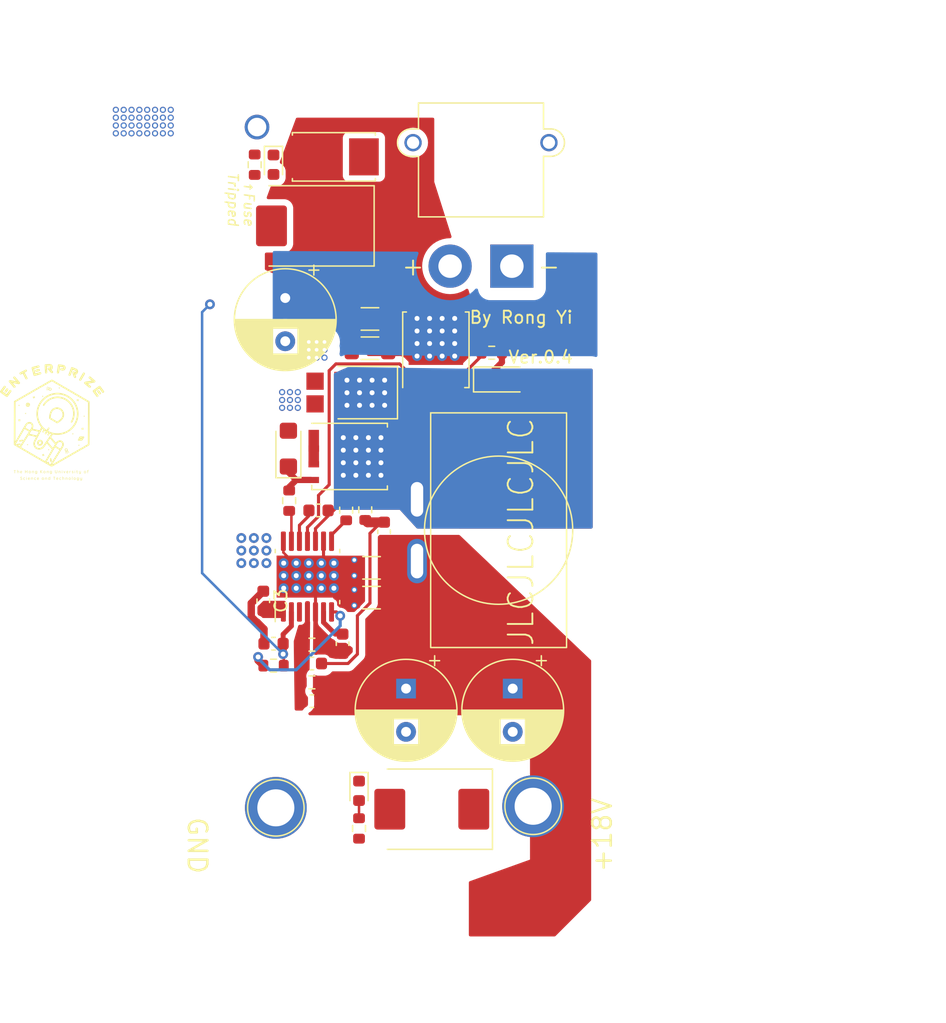
<source format=kicad_pcb>
(kicad_pcb (version 20221018) (generator pcbnew)
  (layers (0 "F.Cu" signal) (31 "B.Cu" signal) (34 "B.Paste" user) (35 "F.Paste" user) (36 "B.SilkS" user "B.Silkscreen") (37 "F.SilkS" user "F.Silkscreen") (38 "B.Mask" user) (39 "F.Mask" user) (44 "Edge.Cuts" user))
  (net 0 "")
  (net 1 "GND")
  (net 2 "Net-(U1-SS)")
  (net 3 "/SW")
  (net 4 "+24V")
  (net 5 "/VOUT")
  (net 6 "/HO")
  (net 7 "BST")
  (net 8 "/LO")
  (net 9 "Net-(U1-VCC)")
  (net 10 "FB")
  (net 11 "Net-(C7-Pad2)")
  (net 12 "Net-(D3-A)")
  (net 13 "ILIM")
  (net 14 "Net-(D4-A1)")
  (net 15 "Net-(D5-A1)")
  (net 16 "Net-(D7-A)")
  (net 17 "Net-(J1-Pin_2)")
  (net 18 "Net-(U1-RON)")
  (footprint "TestPoint:TestPoint_Plated_Hole_D2.0mm" (layer "F.Cu") (at 127.889 56.388)
    (fp_text reference "TP3" hide)
    (fp_text value "PowerHole")
    (pad "1" thru_hole circle (at 0 0) (size 2 2) (drill 1.5) (layers "*.Cu" "*.Mask") (net 1 "GND"))
  )
  (footprint "Resistor_SMD:R_0603_1608Metric" (layer "F.Cu") (at 127.699 59.436 -90)
    (fp_text reference "R6" hide)
    (fp_text value "274K")
    (pad "1" smd roundrect (at -0.825 0 270) (size 0.8 0.95) (layers "F.Cu" "F.Paste" "F.Mask") (net 17 "Net-(J1-Pin_2)"))
    (pad "2" smd roundrect (at 0.825 0 270) (size 0.8 0.95) (layers "F.Cu" "F.Paste" "F.Mask") (net 16 "Net-(D7-A)"))
  )
  (footprint "Diode_SMD:D_SMF" (layer "F.Cu") (at 130.429 82.423 90)
    (fp_text reference "D5" hide)
    (fp_text value "SMF12A")
    (pad "1" smd roundrect (at -1.45 0 90) (size 1.3 1.4) (layers "F.Cu" "F.Paste" "F.Mask") (roundrect_rratio 0.1923076923) (net 15 "Net-(D5-A1)"))
    (pad "2" smd roundrect (at 1.45 0 90) (size 1.3 1.4) (layers "F.Cu" "F.Paste" "F.Mask") (roundrect_rratio 0.1923076923) (net 1 "GND"))
  )
  (footprint "Resistor_SMD:R_0603_1608Metric" (layer "F.Cu") (at 132.334 101.346)
    (fp_text reference "R7" hide)
    (fp_text value "274K")
    (pad "1" smd roundrect (at -0.825 0) (size 0.8 0.95) (layers "F.Cu" "F.Paste" "F.Mask") (net 10 "FB"))
    (pad "2" smd roundrect (at 0.825 0) (size 0.8 0.95) (layers "F.Cu" "F.Paste" "F.Mask") (net 5 "/VOUT"))
  )
  (footprint "LOGO" (layer "F.Cu") (at 111.125 80.137)
    (fp_text reference "G***" hide)
    (fp_text value "LOGO" hide)
  )
  (footprint "Fuse:Fuseholder_Littelfuse_Nano2_157x" (layer "F.Cu") (at 134.112 58.801)
    (fp_text reference "F1" hide)
    (fp_text value "Fuse")
    (pad "1" smd rect (at -2.43 0) (size 2.4 3) (layers "F.Cu" "F.Paste" "F.Mask") (net 4 "+24V"))
    (pad "2" smd rect (at 2.43 0) (size 2.4 3) (layers "F.Cu" "F.Paste" "F.Mask") (net 17 "Net-(J1-Pin_2)"))
  )
  (footprint "Capacitor_SMD:C_0603_1608Metric" (layer "F.Cu") (at 138.176 89.154 -90)
    (fp_text reference "C8" hide)
    (fp_text value "390pf")
    (pad "1" smd roundrect (at -0.775 0 270) (size 0.9 0.95) (layers "F.Cu" "F.Paste" "F.Mask") (net 11 "Net-(C7-Pad2)"))
    (pad "2" smd roundrect (at 0.775 0 270) (size 0.9 0.95) (layers "F.Cu" "F.Paste" "F.Mask") (net 5 "/VOUT"))
  )
  (footprint "Capacitor_THT:CP_Radial_D8.0mm_P3.50mm" (layer "F.Cu") (at 148.59 101.852349 -90)
    (fp_text reference "C4" hide)
    (fp_text value "330uF")
    (pad "1" thru_hole rect (at 0 0 270) (size 1.6 1.6) (drill 0.8) (layers "*.Cu" "*.Mask") (net 5 "/VOUT"))
    (pad "2" thru_hole circle (at 3.5 0 270) (size 1.6 1.6) (drill 0.8) (layers "*.Cu" "*.Mask") (net 1 "GND"))
  )
  (footprint "Package_TO_SOT_SMD:TDSON-8-1" (layer "F.Cu") (at 142.367 74.422 90)
    (fp_text reference "Q1" hide)
    (fp_text value "BSC070N10NS5")
    (pad "1" smd rect (at -2.9 -0.635 90) (size 0.85 3.04) (layers "F.Cu" "F.Paste" "F.Mask") (net 3 "/SW"))
    (pad "2" smd rect (at -2.9 -0.635 90) (size 0.85 0.5) (layers "F.Cu" "F.Paste" "F.Mask") (net 3 "/SW"))
    (pad "3" smd rect (at -2.9 0.635 90) (size 0.85 0.5) (layers "F.Cu" "F.Paste" "F.Mask") (net 3 "/SW"))
    (pad "4" smd rect (at -3.1425 1.905 90) (size 1.335 0.5) (layers "F.Cu" "F.Paste" "F.Mask") (net 14 "Net-(D4-A1)"))
    (pad "5" smd rect (at 1.05 0 90) (size 4.55 4.41) (layers "F.Cu") (net 4 "+24V"))
  )
  (footprint "Diode_SMD:D_SMC" (layer "F.Cu") (at 132.461 64.389 180)
    (fp_text reference "D2" hide)
    (fp_text value "SMAJ28A" hide)
    (pad "1" smd roundrect (at -3.4 0 270) (size 3.3 2.5) (layers "F.Cu" "F.Paste" "F.Mask") (roundrect_rratio 0.1) (net 4 "+24V"))
    (pad "2" smd roundrect (at 3.4 0 270) (size 3.3 2.5) (layers "F.Cu" "F.Paste" "F.Mask") (roundrect_rratio 0.1) (net 1 "GND"))
  )
  (footprint "Connector_AMASS:AMASS_XT30PW-M_1x02_P2.50mm_Horizontal" (layer "F.Cu") (at 148.521 67.651)
    (fp_text reference "J1" hide)
    (fp_text value "Conn_01x02")
    (fp_text user "-" (at 3 0) (layer "F.SilkS") (effects (font (size 1.5 1.5))))
    (fp_text user "+" (at -8 0) (layer "F.SilkS") (effects (font (size 1.5 1.5))))
    (pad "" thru_hole circle (at -8 -10) (size 1.4 1.4) (drill 1) (layers "*.Cu" "*.Mask"))
    (pad "" thru_hole circle (at 3 -10) (size 1.4 1.4) (drill 1) (layers "*.Cu" "*.Mask"))
    (pad "1" thru_hole rect (at 0 0) (size 3.5 3.5) (drill 1.9) (layers "*.Cu" "*.Mask") (net 1 "GND"))
    (pad "2" thru_hole circle (at -5 0) (size 3.5 3.5) (drill 1.9) (layers "*.Cu" "*.Mask") (net 17 "Net-(J1-Pin_2)"))
  )
  (footprint "LED_SMD:LED_0603_1608Metric" (layer "F.Cu") (at 136.147 110.12675 -90)
    (fp_text reference "D3" hide)
    (fp_text value "LED")
    (pad "1" smd roundrect (at -0.7875 0 270) (size 0.875 0.95) (layers "F.Cu" "F.Paste" "F.Mask") (net 1 "GND"))
    (pad "2" smd roundrect (at 0.7875 0 270) (size 0.875 0.95) (layers "F.Cu" "F.Paste" "F.Mask") (net 12 "Net-(D3-A)"))
  )
  (footprint "Capacitor_SMD:C_1206_3216Metric" (layer "F.Cu") (at 137.033 74.295)
    (fp_text reference "C13" hide)
    (fp_text value "22uF")
    (pad "1" smd roundrect (at -1.475 0) (size 1.15 1.8) (layers "F.Cu" "F.Paste" "F.Mask") (roundrect_rratio 0.2173913043) (net 1 "GND"))
    (pad "2" smd roundrect (at 1.475 0) (size 1.15 1.8) (layers "F.Cu" "F.Paste" "F.Mask") (roundrect_rratio 0.2173913043) (net 4 "+24V"))
  )
  (footprint "Resistor_SMD:R_0603_1608Metric" (layer "F.Cu") (at 136.652 87.376 -90)
    (fp_text reference "R5" hide)
    (fp_text value "8.06M")
    (pad "1" smd roundrect (at -0.825 0 270) (size 0.8 0.95) (layers "F.Cu" "F.Paste" "F.Mask") (net 3 "/SW"))
    (pad "2" smd roundrect (at 0.825 0 270) (size 0.8 0.95) (layers "F.Cu" "F.Paste" "F.Mask") (net 11 "Net-(C7-Pad2)"))
  )
  (footprint "Resistor_SMD:R_0603_1608Metric" (layer "F.Cu") (at 136.147 113.17475 90)
    (fp_text reference "R9" hide)
    (fp_text value "274K")
    (pad "1" smd roundrect (at -0.825 0 90) (size 0.8 0.95) (layers "F.Cu" "F.Paste" "F.Mask") (net 5 "/VOUT"))
    (pad "2" smd roundrect (at 0.825 0 90) (size 0.8 0.95) (layers "F.Cu" "F.Paste" "F.Mask") (net 12 "Net-(D3-A)"))
  )
  (footprint "Capacitor_SMD:C_0603_1608Metric" (layer "F.Cu") (at 128.397 94.742 -90)
    (fp_text reference "C3" (at 0 -1.43 -90) (layer "F.SilkS"))
    (fp_text value "2.2uF")
    (pad "1" smd roundrect (at -0.775 0 270) (size 0.9 0.95) (layers "F.Cu" "F.Paste" "F.Mask") (net 1 "GND"))
    (pad "2" smd roundrect (at 0.775 0 270) (size 0.9 0.95) (layers "F.Cu" "F.Paste" "F.Mask") (net 9 "Net-(U1-VCC)"))
  )
  (footprint "Capacitor_SMD:C_0603_1608Metric" (layer "F.Cu") (at 132.334 99.822)
    (fp_text reference "C7" hide)
    (fp_text value "3.9nf")
    (pad "1" smd roundrect (at -0.775 0) (size 0.9 0.95) (layers "F.Cu" "F.Paste" "F.Mask") (net 10 "FB"))
    (pad "2" smd roundrect (at 0.775 0) (size 0.9 0.95) (layers "F.Cu" "F.Paste" "F.Mask") (net 11 "Net-(C7-Pad2)"))
  )
  (footprint "Resistor_SMD:R_0603_1608Metric" (layer "F.Cu") (at 129.228 99.993)
    (fp_text reference "R1" hide)
    (fp_text value "909k")
    (pad "1" smd roundrect (at -0.825 0) (size 0.8 0.95) (layers "F.Cu" "F.Paste" "F.Mask") (net 18 "Net-(U1-RON)"))
    (pad "2" smd roundrect (at 0.825 0) (size 0.8 0.95) (layers "F.Cu" "F.Paste" "F.Mask") (net 4 "+24V"))
  )
  (footprint "Resistor_SMD:R_0603_1608Metric" (layer "F.Cu") (at 135.106 87.403 90)
    (fp_text reference "R2" hide)
    (fp_text value "2.1k")
    (pad "1" smd roundrect (at -0.825 0 90) (size 0.8 0.95) (layers "F.Cu" "F.Paste" "F.Mask") (net 13 "ILIM"))
    (pad "2" smd roundrect (at 0.825 0 90) (size 0.8 0.95) (layers "F.Cu" "F.Paste" "F.Mask") (net 3 "/SW"))
  )
  (footprint "Diode_SMD:D_SMC" (layer "F.Cu") (at 142.037792 111.616517 180)
    (fp_text reference "D1" hide)
    (fp_text value "SMAJ18A" hide)
    (pad "1" smd roundrect (at -3.4 0 270) (size 3.3 2.5) (layers "F.Cu" "F.Paste" "F.Mask") (roundrect_rratio 0.1) (net 5 "/VOUT"))
    (pad "2" smd roundrect (at 3.4 0 270) (size 3.3 2.5) (layers "F.Cu" "F.Paste" "F.Mask") (roundrect_rratio 0.1) (net 1 "GND"))
  )
  (footprint "Resistor_SMD:R_0603_1608Metric" (layer "F.Cu") (at 146.889 74.663)
    (fp_text reference "R4" hide)
    (fp_text value "4.7r")
    (pad "1" smd roundrect (at -0.825 0) (size 0.8 0.95) (layers "F.Cu" "F.Paste" "F.Mask") (net 6 "/HO"))
    (pad "2" smd roundrect (at 0.825 0) (size 0.8 0.95) (layers "F.Cu" "F.Paste" "F.Mask") (net 14 "Net-(D4-A1)"))
  )
  (footprint "Capacitor_THT:CP_Radial_D8.0mm_P3.50mm" (layer "F.Cu") (at 130.175 70.229349 -90)
    (fp_text reference "C6" hide)
    (fp_text value "220uF")
    (pad "1" thru_hole rect (at 0 0 270) (size 1.6 1.6) (drill 0.8) (layers "*.Cu" "*.Mask") (net 4 "+24V"))
    (pad "2" thru_hole circle (at 3.5 0 270) (size 1.6 1.6) (drill 0.8) (layers "*.Cu" "*.Mask") (net 1 "GND"))
  )
  (footprint "Capacitor_SMD:C_1206_3216Metric" (layer "F.Cu") (at 137.16 94.488)
    (fp_text reference "C10" hide)
    (fp_text value "22uF")
    (pad "1" smd roundrect (at -1.475 0) (size 1.15 1.8) (layers "F.Cu" "F.Paste" "F.Mask") (roundrect_rratio 0.2173913043) (net 1 "GND"))
    (pad "2" smd roundrect (at 1.475 0) (size 1.15 1.8) (layers "F.Cu" "F.Paste" "F.Mask") (roundrect_rratio 0.2173913043) (net 5 "/VOUT"))
  )
  (footprint "Capacitor_THT:CP_Radial_D8.0mm_P3.50mm" (layer "F.Cu") (at 139.954 101.852349 -90)
    (fp_text reference "C11" hide)
    (fp_text value "330uF")
    (pad "1" thru_hole rect (at 0 0 270) (size 1.6 1.6) (drill 0.8) (layers "*.Cu" "*.Mask") (net 5 "/VOUT"))
    (pad "2" thru_hole circle (at 3.5 0 270) (size 1.6 1.6) (drill 0.8) (layers "*.Cu" "*.Mask") (net 1 "GND"))
  )
  (footprint "Resistor_SMD:R_0603_1608Metric" (layer "F.Cu") (at 132.334 98.298 180)
    (fp_text reference "R8" hide)
    (fp_text value "10K")
    (pad "1" smd roundrect (at -0.825 0 180) (size 0.8 0.95) (layers "F.Cu" "F.Paste" "F.Mask") (net 1 "GND"))
    (pad "2" smd roundrect (at 0.825 0 180) (size 0.8 0.95) (layers "F.Cu" "F.Paste" "F.Mask") (net 10 "FB"))
  )
  (footprint "LED_SMD:LED_0603_1608Metric" (layer "F.Cu") (at 129.223 59.436 -90)
    (fp_text reference "D7" hide)
    (fp_text value "LED")
    (pad "1" smd roundrect (at -0.7875 0 270) (size 0.875 0.95) (layers "F.Cu" "F.Paste" "F.Mask") (net 4 "+24V"))
    (pad "2" smd roundrect (at 0.7875 0 270) (size 0.875 0.95) (layers "F.Cu" "F.Paste" "F.Mask") (net 16 "Net-(D7-A)"))
  )
  (footprint "Package_SO:HTSSOP-14-1EP_4.4x5mm_P0.65mm_EP3.4x5mm_Mask3x3.1mm" (layer "F.Cu") (at 131.973 92.783 90)
    (fp_text reference "U1" hide)
    (fp_text value "LM3150MH")
    (pad "1" smd roundrect (at -2.8625 -1.95 90) (size 1.575 0.4) (layers "F.Cu" "F.Paste" "F.Mask") (net 9 "Net-(U1-VCC)"))
    (pad "2" smd roundrect (at -2.8625 -1.3 90) (size 1.575 0.4) (layers "F.Cu" "F.Paste" "F.Mask") (net 4 "+24V"))
    (pad "3" smd roundrect (at -2.8625 -0.65 90) (size 1.575 0.4) (layers "F.Cu" "F.Paste" "F.Mask"))
    (pad "4" smd roundrect (at -2.8625 0 90) (size 1.575 0.4) (layers "F.Cu" "F.Paste" "F.Mask") (net 10 "FB"))
    (pad "5" smd roundrect (at -2.8625 0.65 90) (size 1.575 0.4) (layers "F.Cu" "F.Paste" "F.Mask") (net 1 "GND"))
    (pad "6" smd roundrect (at -2.8625 1.3 90) (size 1.575 0.4) (layers "F.Cu" "F.Paste" "F.Mask") (net 2 "Net-(U1-SS)"))
    (pad "7" smd roundrect (at -2.8625 1.95 90) (size 1.575 0.4) (layers "F.Cu" "F.Paste" "F.Mask") (net 18 "Net-(U1-RON)"))
    (pad "8" smd roundrect (at 2.8625 1.95 90) (size 1.575 0.4) (layers "F.Cu" "F.Paste" "F.Mask") (net 13 "ILIM"))
    (pad "9" smd roundrect (at 2.8625 1.3 90) (size 1.575 0.4) (layers "F.Cu" "F.Paste" "F.Mask") (net 1 "GND"))
    (pad "10" smd roundrect (at 2.8625 0.65 90) (size 1.575 0.4) (layers "F.Cu" "F.Paste" "F.Mask") (net 3 "/SW"))
    (pad "11" smd roundrect (at 2.8625 0 90) (size 1.575 0.4) (layers "F.Cu" "F.Paste" "F.Mask") (net 6 "/HO"))
    (pad "12" smd roundrect (at 2.8625 -0.65 90) (size 1.575 0.4) (layers "F.Cu" "F.Paste" "F.Mask") (net 7 "BST"))
    (pad "13" smd roundrect (at 2.8625 -1.3 90) (size 1.575 0.4) (layers "F.Cu" "F.Paste" "F.Mask") (net 8 "/LO"))
    (pad "14" smd roundrect (at 2.8625 -1.95 90) (size 1.575 0.4) (layers "F.Cu" "F.Paste" "F.Mask") (net 1 "GND"))
    (pad "15" smd rect (at 0 0 90) (size 3.4 5) (layers "F.Cu") (net 1 "GND"))
  )
  (footprint "Diode_SMD:D_PowerDI-5" (layer "F.Cu") (at 135.45 77.882 180)
    (fp_text reference "D6" hide)
    (fp_text value "D_Schottky")
    (pad "1" smd rect (at -1.12 0) (size 4.86 3.36) (layers "F.Cu" "F.Paste" "F.Mask") (net 3 "/SW"))
    (pad "2" smd rect (at 2.862 -0.92) (size 1.4 1.39) (layers "F.Cu" "F.Paste" "F.Mask") (net 1 "GND"))
    (pad "2" smd rect (at 2.862 0.92) (size 1.4 1.39) (layers "F.Cu" "F.Paste" "F.Mask") (net 1 "GND"))
  )
  (footprint "TestPoint:TestPoint_Plated_Hole_D3.0mm" (layer "F.Cu") (at 129.413 111.506)
    (fp_text reference "TP1" hide)
    (fp_text value "OutputGND")
    (pad "1" thru_hole circle (at 0 0) (size 5 5) (drill 3) (layers "*.Cu" "*.Mask") (net 1 "GND"))
  )
  (footprint "Capacitor_SMD:C_0603_1608Metric" (layer "F.Cu") (at 132.334 102.87)
    (fp_text reference "C14" hide)
    (fp_text value "DNF")
    (pad "1" smd roundrect (at -0.775 0) (size 0.9 0.95) (layers "F.Cu" "F.Paste" "F.Mask") (net 10 "FB"))
    (pad "2" smd roundrect (at 0.775 0) (size 0.9 0.95) (layers "F.Cu" "F.Paste" "F.Mask") (net 5 "/VOUT"))
  )
  (footprint "TestPoint:TestPoint_Plated_Hole_D3.0mm" (layer "F.Cu") (at 150.241 111.379)
    (fp_text reference "TP2" hide)
    (fp_text value "Output17V")
    (pad "1" thru_hole circle (at 0 0) (size 5 5) (drill 3) (layers "*.Cu" "*.Mask") (net 5 "/VOUT"))
  )
  (footprint "Package_TO_SOT_SMD:TDSON-8-1" (layer "F.Cu") (at 135.382 83.058)
    (fp_text reference "Q2" hide)
    (fp_text value "BSC070N10NS5")
    (pad "1" smd rect (at -2.9 -0.635) (size 0.85 3.04) (layers "F.Cu" "F.Paste" "F.Mask") (net 1 "GND"))
    (pad "2" smd rect (at -2.9 -0.635) (size 0.85 0.5) (layers "F.Cu" "F.Paste" "F.Mask") (net 1 "GND"))
    (pad "3" smd rect (at -2.9 0.635) (size 0.85 0.5) (layers "F.Cu" "F.Paste" "F.Mask") (net 1 "GND"))
    (pad "4" smd rect (at -3.1425 1.905) (size 1.335 0.5) (layers "F.Cu" "F.Paste" "F.Mask") (net 15 "Net-(D5-A1)"))
    (pad "5" smd rect (at 1.05 0) (size 4.55 4.41) (layers "F.Cu") (net 3 "/SW"))
  )
  (footprint "0_RM2023:Inductor_RM6" (layer "F.Cu") (at 147.447 89.027 -90)
    (fp_text reference "L1" hide)
    (fp_text value "4.7uH")
    (pad "1" thru_hole oval (at -2.5 6.604 270) (size 3.6 1.6) (drill oval 2.8 1) (layers "*.Cu" "*.Mask") (net 3 "/SW"))
    (pad "2" thru_hole oval (at 2.5 6.604 270) (size 3.6 1.6) (drill oval 2.8 1) (layers "*.Cu" "*.Mask") (net 5 "/VOUT"))
  )
  (footprint "Capacitor_SMD:C_0603_1608Metric" (layer "F.Cu") (at 129.228 98.215 180)
    (fp_text reference "C1" hide)
    (fp_text value "100nF")
    (pad "1" smd roundrect (at -0.775 0 180) (size 0.9 0.95) (layers "F.Cu" "F.Paste" "F.Mask") (net 4 "+24V"))
    (pad "2" smd roundrect (at 0.775 0 180) (size 0.9 0.95) (layers "F.Cu" "F.Paste" "F.Mask") (net 1 "GND"))
  )
  (footprint "Capacitor_SMD:C_1206_3216Metric" (layer "F.Cu") (at 137.16 92.075)
    (fp_text reference "C9" hide)
    (fp_text value "22uF")
    (pad "1" smd roundrect (at -1.475 0) (size 1.15 1.8) (layers "F.Cu" "F.Paste" "F.Mask") (roundrect_rratio 0.2173913043) (net 1 "GND"))
    (pad "2" smd roundrect (at 1.475 0) (size 1.15 1.8) (layers "F.Cu" "F.Paste" "F.Mask") (roundrect_rratio 0.2173913043) (net 5 "/VOUT"))
  )
  (footprint "Capacitor_SMD:C_1206_3216Metric" (layer "F.Cu") (at 137.031926 71.925373)
    (fp_text reference "C12" hide)
    (fp_text value "22uF")
    (pad "1" smd roundrect (at -1.475 0) (size 1.15 1.8) (layers "F.Cu" "F.Paste" "F.Mask") (roundrect_rratio 0.2173913043) (net 1 "GND"))
    (pad "2" smd roundrect (at 1.475 0) (size 1.15 1.8) (layers "F.Cu" "F.Paste" "F.Mask") (roundrect_rratio 0.2173913043) (net 4 "+24V"))
  )
  (footprint "Capacitor_SMD:C_0603_1608Metric" (layer "F.Cu") (at 132.8674 87.4268 180)
    (fp_text reference "C5" hide)
    (fp_text value "470nF")
    (pad "1" smd roundrect (at -0.775 0 180) (size 0.9 0.95) (layers "F.Cu" "F.Paste" "F.Mask") (net 3 "/SW"))
    (pad "2" smd roundrect (at 0.775 0 180) (size 0.9 0.95) (layers "F.Cu" "F.Paste" "F.Mask") (net 7 "BST"))
  )
  (footprint "Diode_SMD:D_SMF" (layer "F.Cu") (at 147.778 76.822)
    (fp_text reference "D4" hide)
    (fp_text value "SMF12A")
    (pad "1" smd roundrect (at -1.45 0) (size 1.3 1.4) (layers "F.Cu" "F.Paste" "F.Mask") (roundrect_rratio 0.1923076923) (net 14 "Net-(D4-A1)"))
    (pad "2" smd roundrect (at 1.45 0) (size 1.3 1.4) (layers "F.Cu" "F.Paste" "F.Mask") (roundrect_rratio 0.1923076923) (net 3 "/SW"))
  )
  (footprint "Capacitor_SMD:C_0603_1608Metric" (layer "F.Cu") (at 134.816 98.215 90)
    (fp_text reference "C2" hide)
    (fp_text value "15nF")
    (pad "1" smd roundrect (at -0.775 0 90) (size 0.9 0.95) (layers "F.Cu" "F.Paste" "F.Mask") (net 1 "GND"))
    (pad "2" smd roundrect (at 0.775 0 90) (size 0.9 0.95) (layers "F.Cu" "F.Paste" "F.Mask") (net 2 "Net-(U1-SS)"))
  )
  (footprint "Resistor_SMD:R_0603_1608Metric" (layer "F.Cu") (at 130.491883 86.638365 90)
    (fp_text reference "R3" hide)
    (fp_text value "4.7r")
    (pad "1" smd roundrect (at -0.825 0 90) (size 0.8 0.95) (layers "F.Cu" "F.Paste" "F.Mask") (net 8 "/LO"))
    (pad "2" smd roundrect (at 0.825 0 90) (size 0.8 0.95) (layers "F.Cu" "F.Paste" "F.Mask") (net 15 "Net-(D5-A1)"))
  )
  (footprint "LOGO" (layer "B.Cu") (at 130.223532 84.172027 180)
    (fp_text reference "G***" hide)
    (fp_text value "LOGO" hide)
  )
  (gr_text "JLCJLCJLCJLC" (at 149.260844 89.162831 90) (layer "F.SilkS") (effects (font (size 2 1.8))))
  (gr_text "By Rong Yi\n\nVer.0.4" (at 153.543 73.406) (layer "F.SilkS") (effects (font (size 1 1)) (justify right)))
  (gr_text "GND" (at 122.174 112.141 -90) (layer "F.SilkS") (effects (font (size 1.5 1.5) (thickness 0.2)) (justify left bottom)))
  (gr_text "+18V" (at 156.718 116.84 90) (layer "F.SilkS") (effects (font (size 1.5 1.5) (thickness 0.2)) (justify left bottom)))
  (gr_text "↑Fuse\nTripped" (at 125.476 64.516 270) (layer "F.SilkS") (effects (font (size 0.8 0.8) (thickness 0.12) italic) (justify right bottom)))
  (segment (start 128.453 97.031) (end 127.889 96.467) (width 0.6) (layer "F.Cu") (net 1))
  (segment (start 127.846695 96.467) (end 127.422 96.042305) (width 0.6) (layer "F.Cu") (net 1))
  (segment (start 132.623 95.6455) (end 132.623 93.433) (width 0.25) (layer "F.Cu") (net 1))
  (segment (start 127.422 96.042305) (end 127.422 94.942) (width 0.6) (layer "F.Cu") (net 1))
  (segment (start 127.889 96.467) (end 127.846695 96.467) (width 0.6) (layer "F.Cu") (net 1))
  (segment (start 130.023 90.833) (end 131.973 92.783) (width 0.2032) (layer "F.Cu") (net 1))
  (segment (start 127.422 94.942) (end 128.397 93.967) (width 0.6) (layer "F.Cu") (net 1))
  (segment (start 128.453 98.215) (end 128.453 97.031) (width 0.6) (layer "F.Cu") (net 1))
  (segment (start 133.273 89.9205) (end 133.273 91.483) (width 0.25) (layer "F.Cu") (net 1))
  (segment (start 130.023 89.9205) (end 130.023 90.833) (width 0.2032) (layer "F.Cu") (net 1))
  (via (at 118.999 56.896) (size 0.5) (drill 0.3) (layers "F.Cu" "B.Cu") (net 1))
  (via (at 116.459 56.896) (size 0.5) (drill 0.3) (layers "F.Cu" "B.Cu") (net 1))
  (via (at 129.921 79.121) (size 0.5) (drill 0.3) (layers "F.Cu" "B.Cu") (net 1))
  (via (at 116.459 56.261) (size 0.5) (drill 0.3) (layers "F.Cu" "B.Cu") (net 1))
  (via (at 117.094 56.896) (size 0.5) (drill 0.3) (layers "F.Cu" "B.Cu") (net 1))
  (via (at 134.112 93.726) (size 0.8) (drill 0.4) (layers "F.Cu" "B.Cu") (net 1))
  (via (at 117.729 56.896) (size 0.5) (drill 0.3) (layers "F.Cu" "B.Cu") (net 1))
  (via (at 131.191 77.851) (size 0.5) (drill 0.3) (layers "F.Cu" "B.Cu") (net 1))
  (via (at 134.112 92.71) (size 0.8) (drill 0.4) (layers "F.Cu" "B.Cu") (net 1))
  (via (at 130.048 93.726) (size 0.8) (drill 0.4) (layers "F.Cu" "B.Cu") (net 1))
  (via (at 119.634 54.991) (size 0.5) (drill 0.3) (layers "F.Cu" "B.Cu") (net 1))
  (via (at 120.269 56.261) (size 0.5) (drill 0.3) (layers "F.Cu" "B.Cu") (net 1))
  (via (at 135.763 93.853) (size 0.5) (drill 0.3) (layers "F.Cu" "B.Cu") (net 1))
  (via (at 133.096 93.726) (size 0.8) (drill 0.4) (layers "F.Cu" "B.Cu") (net 1))
  (via (at 120.904 56.896) (size 0.5) (drill 0.3) (layers "F.Cu" "B.Cu") (net 1))
  (via (at 130.556 77.851) (size 0.5) (drill 0.3) (layers "F.Cu" "B.Cu") (net 1))
  (via (at 132.715 74.422) (size 0.5) (drill 0.3) (layers "F.Cu" "B.Cu") (net 1))
  (via (at 120.904 54.991) (size 0.5) (drill 0.3) (layers "F.Cu" "B.Cu") (net 1))
  (via (at 127.635 91.694) (size 0.8) (drill 0.4) (layers "F.Cu" "B.Cu") (net 1))
  (via (at 129.921 77.851) (size 0.5) (drill 0.3) (layers "F.Cu" "B.Cu") (net 1))
  (via (at 127.635 90.678) (size 0.8) (drill 0.4) (layers "F.Cu" "B.Cu") (net 1))
  (via (at 126.619 90.678) (size 0.8) (drill 0.4) (layers "F.Cu" "B.Cu") (net 1))
  (via (at 117.729 54.991) (size 0.5) (drill 0.3) (layers "F.Cu" "B.Cu") (net 1))
  (via (at 118.364 54.991) (size 0.5) (drill 0.3) (layers "F.Cu" "B.Cu") (net 1))
  (via (at 132.08 73.787) (size 0.5) (drill 0.3) (layers "F.Cu" "B.Cu") (net 1))
  (via (at 128.651 91.694) (size 0.8) (drill 0.4) (layers "F.Cu" "B.Cu") (net 1))
  (via (at 120.269 54.991) (size 0.5) (drill 0.3) (layers "F.Cu" "B.Cu") (net 1))
  (via (at 128.651 89.662) (size 0.8) (drill 0.4) (layers "F.Cu" "B.Cu") (net 1))
  (via (at 132.715 75.057) (size 0.5) (drill 0.3) (layers "F.Cu" "B.Cu") (net 1))
  (via (at 135.763 91.44) (size 0.5) (drill 0.3) (layers "F.Cu" "B.Cu") (net 1))
  (via (at 120.269 56.896) (size 0.5) (drill 0.3) (layers "F.Cu" "B.Cu") (net 1))
  (via (at 131.191 78.486) (size 0.5) (drill 0.3) (layers "F.Cu" "B.Cu") (net 1))
  (via (at 133.096 92.71) (size 0.8) (drill 0.4) (layers "F.Cu" "B.Cu") (net 1))
  (via (at 116.459 54.991) (size 0.5) (drill 0.3) (layers "F.Cu" "B.Cu") (net 1))
  (via (at 132.715 73.787) (size 0.5) (drill 0.3) (layers "F.Cu" "B.Cu") (net 1))
  (via (at 133.096 91.694) (size 0.8) (drill 0.4) (layers "F.Cu" "B.Cu") (net 1))
  (via (at 118.364 56.261) (size 0.5) (drill 0.3) (layers "F.Cu" "B.Cu") (net 1))
  (via (at 119.634 56.261) (size 0.5) (drill 0.3) (layers "F.Cu" "B.Cu") (net 1))
  (via (at 132.08 74.422) (size 0.5) (drill 0.3) (layers "F.Cu" "B.Cu") (net 1))
  (via (at 126.619 91.694) (size 0.8) (drill 0.4) (layers "F.Cu" "B.Cu") (net 1))
  (via (at 135.763 95.123) (size 0.5) (drill 0.3) (layers "F.Cu" "B.Cu") (net 1))
  (via (at 120.904 55.626) (size 0.5) (drill 0.3) (layers "F.Cu" "B.Cu") (net 1))
  (via (at 133.35 75.057) (size 0.5) (drill 0.3) (layers "F.Cu" "B.Cu") (net 1))
  (via (at 117.729 55.626) (size 0.5) (drill 0.3) (layers "F.Cu" "B.Cu") (net 1))
  (via (at 119.634 56.896) (size 0.5) (drill 0.3) (layers "F.Cu" "B.Cu") (net 1))
  (via (at 118.999 55.626) (size 0.5) (drill 0.3) (layers "F.Cu" "B.Cu") (net 1))
  (via (at 132.08 75.057) (size 0.5) (drill 0.3) (layers "F.Cu" "B.Cu") (net 1))
  (via (at 117.094 55.626) (size 0.5) (drill 0.3) (layers "F.Cu" "B.Cu") (net 1))
  (via (at 116.459 55.626) (size 0.5) (drill 0.3) (layers "F.Cu" "B.Cu") (net 1))
  (via (at 117.094 56.261) (size 0.5) (drill 0.3) (layers "F.Cu" "B.Cu") (net 1))
  (via (at 126.619 89.662) (size 0.8) (drill 0.4) (layers "F.Cu" "B.Cu") (net 1))
  (via (at 119.634 55.626) (size 0.5) (drill 0.3) (layers "F.Cu" "B.Cu") (net 1))
  (via (at 131.064 93.726) (size 0.8) (drill 0.4) (layers "F.Cu" "B.Cu") (net 1))
  (via (at 129.921 78.486) (size 0.5) (drill 0.3) (layers "F.Cu" "B.Cu") (net 1))
  (via (at 130.048 91.694) (size 0.8) (drill 0.4) (layers "F.Cu" "B.Cu") (net 1))
  (via (at 120.904 56.261) (size 0.5) (drill 0.3) (layers "F.Cu" "B.Cu") (net 1))
  (via (at 128.651 90.678) (size 0.8) (drill 0.4) (layers "F.Cu" "B.Cu") (net 1))
  (via (at 118.364 55.626) (size 0.5) (drill 0.3) (layers "F.Cu" "B.Cu") (net 1))
  (via (at 127.635 89.662) (size 0.8) (drill 0.4) (layers "F.Cu" "B.Cu") (net 1))
  (via (at 132.08 92.71) (size 0.8) (drill 0.4) (layers "F.Cu" "B.Cu") (net 1))
  (via (at 117.729 56.261) (size 0.5) (drill 0.3) (layers "F.Cu" "B.Cu") (net 1))
  (via (at 132.08 93.726) (size 0.8) (drill 0.4) (layers "F.Cu" "B.Cu") (net 1))
  (via (at 131.064 92.71) (size 0.8) (drill 0.4) (layers "F.Cu" "B.Cu") (net 1))
  (via (at 130.048 92.71) (size 0.8) (drill 0.4) (layers "F.Cu" "B.Cu") (net 1))
  (via (at 120.269 55.626) (size 0.5) (drill 0.3) (layers "F.Cu" "B.Cu") (net 1))
  (via (at 118.364 56.896) (size 0.5) (drill 0.3) (layers "F.Cu" "B.Cu") (net 1))
  (via (at 135.763 92.71) (size 0.5) (drill 0.3) (layers "F.Cu" "B.Cu") (net 1))
  (via (at 133.35 74.422) (size 0.5) (drill 0.3) (layers "F.Cu" "B.Cu") (net 1))
  (via (at 130.556 78.486) (size 0.5) (drill 0.3) (layers "F.Cu" "B.Cu") (net 1))
  (via (at 131.191 79.121) (size 0.5) (drill 0.3) (layers "F.Cu" "B.Cu") (net 1))
  (via (at 132.08 91.694) (size 0.8) (drill 0.4) (layers "F.Cu" "B.Cu") (net 1))
  (via (at 133.35 73.787) (size 0.5) (drill 0.3) (layers "F.Cu" "B.Cu") (net 1))
  (via (at 117.094 54.991) (size 0.5) (drill 0.3) (layers "F.Cu" "B.Cu") (net 1))
  (via (at 118.999 56.261) (size 0.5) (drill 0.3) (layers "F.Cu" "B.Cu") (net 1))
  (via (at 131.064 91.694) (size 0.8) (drill 0.4) (layers "F.Cu" "B.Cu") (net 1))
  (via (at 130.556 79.121) (size 0.5) (drill 0.3) (layers "F.Cu" "B.Cu") (net 1))
  (via (at 134.112 91.694) (size 0.8) (drill 0.4) (layers "F.Cu" "B.Cu") (net 1))
  (via (at 118.999 54.991) (size 0.5) (drill 0.3) (layers "F.Cu" "B.Cu") (net 1))
  (segment (start 133.273 96.490107) (end 133.273 95.6455) (width 0.4) (layer "F.Cu") (net 2))
  (segment (start 134.222893 97.44) (end 133.273 96.490107) (width 0.4) (layer "F.Cu") (net 2))
  (segment (start 134.816 97.44) (end 134.222893 97.44) (width 0.4) (layer "F.Cu") (net 2))
  (segment (start 149.228 76.822) (end 146.548 79.502) (width 0.6) (layer "F.Cu") (net 3))
  (segment (start 146.548 79.502) (end 143.912 79.502) (width 0.6) (layer "F.Cu") (net 3))
  (segment (start 132.623 89.9205) (end 132.623 88.891796) (width 0.25) (layer "F.Cu") (net 3))
  (segment (start 132.623 88.891796) (end 134.963796 86.551) (width 0.25) (layer "F.Cu") (net 3))
  (segment (start 143.912 79.502) (end 141.732 77.322) (width 0.6) (layer "F.Cu") (net 3))
  (segment (start 134.963796 86.551) (end 136.652 86.551) (width 0.25) (layer "F.Cu") (net 3))
  (via (at 137.203273 76.882935) (size 0.8) (drill 0.4) (layers "F.Cu" "B.Cu") (net 3))
  (via (at 137.922 84.582) (size 0.8) (drill 0.4) (layers "F.Cu" "B.Cu") (net 3))
  (via (at 135.171273 76.882935) (size 0.8) (drill 0.4) (layers "F.Cu" "B.Cu") (net 3))
  (via (at 135.89 82.55) (size 0.8) (drill 0.4) (layers "F.Cu" "B.Cu") (net 3))
  (via (at 137.203273 78.914935) (size 0.8) (drill 0.4) (layers "F.Cu" "B.Cu") (net 3))
  (via (at 138.219273 78.914935) (size 0.8) (drill 0.4) (layers "F.Cu" "B.Cu") (net 3))
  (via (at 138.219273 77.898935) (size 0.8) (drill 0.4) (layers "F.Cu" "B.Cu") (net 3))
  (via (at 136.906 82.55) (size 0.8) (drill 0.4) (layers "F.Cu" "B.Cu") (net 3))
  (via (at 137.922 82.55) (size 0.8) (drill 0.4) (layers "F.Cu" "B.Cu") (net 3))
  (via (at 134.874 82.55) (size 0.8) (drill 0.4) (layers "F.Cu" "B.Cu") (net 3))
  (via (at 134.874 81.534) (size 0.8) (drill 0.4) (layers "F.Cu" "B.Cu") (net 3))
  (via (at 136.906 83.566) (size 0.8) (drill 0.4) (layers "F.Cu" "B.Cu") (net 3))
  (via (at 134.874 84.582) (size 0.8) (drill 0.4) (layers "F.Cu" "B.Cu") (net 3))
  (via (at 136.906 84.582) (size 0.8) (drill 0.4) (layers "F.Cu" "B.Cu") (net 3))
  (via (at 136.187273 76.882935) (size 0.8) (drill 0.4) (layers "F.Cu" "B.Cu") (net 3))
  (via (at 135.89 83.566) (size 0.8) (drill 0.4) (layers "F.Cu" "B.Cu") (net 3))
  (via (at 138.219273 76.882935) (size 0.8) (drill 0.4) (layers "F.Cu" "B.Cu") (net 3))
  (via (at 135.171273 77.898935) (size 0.8) (drill 0.4) (layers "F.Cu" "B.Cu") (net 3))
  (via (at 137.922 83.566) (size 0.8) (drill 0.4) (layers "F.Cu" "B.Cu") (net 3))
  (via (at 135.171273 78.914935) (size 0.8) (drill 0.4) (layers "F.Cu" "B.Cu") (net 3))
  (via (at 135.89 84.582) (size 0.8) (drill 0.4) (layers "F.Cu" "B.Cu") (net 3))
  (via (at 135.89 81.534) (size 0.8) (drill 0.4) (layers "F.Cu" "B.Cu") (net 3))
  (via (at 137.922 81.534) (size 0.8) (drill 0.4) (layers "F.Cu" "B.Cu") (net 3))
  (via (at 137.203273 77.898935) (size 0.8) (drill 0.4) (layers "F.Cu" "B.Cu") (net 3))
  (via (at 136.187273 78.914935) (size 0.8) (drill 0.4) (layers "F.Cu" "B.Cu") (net 3))
  (via (at 136.906 81.534) (size 0.8) (drill 0.4) (layers "F.Cu" "B.Cu") (net 3))
  (via (at 136.187273 77.898935) (size 0.8) (drill 0.4) (layers "F.Cu" "B.Cu") (net 3))
  (via (at 134.874 83.566) (size 0.8) (drill 0.4) (layers "F.Cu" "B.Cu") (net 3))
  (segment (start 130.053 99.993) (end 130.053 99.11) (width 0.2032) (layer "F.Cu") (net 4))
  (segment (start 130.673 96.784) (end 130.003 97.454) (width 0.4) (layer "F.Cu") (net 4))
  (segment (start 130.053 99.11) (end 130.003 99.06) (width 0.2032) (layer "F.Cu") (net 4))
  (segment (start 130.003 97.454) (end 130.003 98.215) (width 0.4) (layer "F.Cu") (net 4))
  (segment (start 130.003 99.06) (end 130.003 98.215) (width 0.6) (layer "F.Cu") (net 4))
  (segment (start 130.673 95.6455) (end 130.673 96.784) (width 0.4) (layer "F.Cu") (net 4))
  (via (at 142.875 73.914) (size 0.8) (drill 0.4) (layers "F.Cu" "B.Cu") (net 4))
  (via (at 143.891 74.93) (size 0.8) (drill 0.4) (layers "F.Cu" "B.Cu") (net 4))
  (via (at 140.843 74.93) (size 0.8) (drill 0.4) (layers "F.Cu" "B.Cu") (net 4))
  (via (at 142.875 72.898) (size 0.8) (drill 0.4) (layers "F.Cu" "B.Cu") (net 4))
  (via (at 143.891 72.898) (size 0.8) (drill 0.4) (layers "F.Cu" "B.Cu") (net 4))
  (via (at 142.875 74.93) (size 0.8) (drill 0.4) (layers "F.Cu" "B.Cu") (net 4))
  (via (at 130.003 99.06) (size 0.8) (drill 0.4) (layers "F.Cu" "B.Cu") (net 4))
  (via (at 141.859 73.914) (size 0.8) (drill 0.4) (layers "F.Cu" "B.Cu") (net 4))
  (via (at 143.891 73.914) (size 0.8) (drill 0.4) (layers "F.Cu" "B.Cu") (net 4))
  (via (at 142.875 71.882) (size 0.8) (drill 0.4) (layers "F.Cu" "B.Cu") (net 4))
  (via (at 140.843 71.882) (size 0.8) (drill 0.4) (layers "F.Cu" "B.Cu") (net 4))
  (via (at 141.859 72.898) (size 0.8) (drill 0.4) (layers "F.Cu" "B.Cu") (net 4))
  (via (at 140.843 73.914) (size 0.8) (drill 0.4) (layers "F.Cu" "B.Cu") (net 4))
  (via (at 124.079 70.739) (size 0.8) (drill 0.4) (layers "F.Cu" "B.Cu") (net 4))
  (via (at 143.891 71.882) (size 0.8) (drill 0.4) (layers "F.Cu" "B.Cu") (net 4))
  (via (at 140.843 72.898) (size 0.8) (drill 0.4) (layers "F.Cu" "B.Cu") (net 4))
  (via (at 141.859 71.882) (size 0.8) (drill 0.4) (layers "F.Cu" "B.Cu") (net 4))
  (via (at 141.859 74.93) (size 0.8) (drill 0.4) (layers "F.Cu" "B.Cu") (net 4))
  (segment (start 123.444 71.374) (end 123.444 92.501) (width 0.2032) (layer "B.Cu") (net 4))
  (segment (start 123.444 92.501) (end 130.003 99.06) (width 0.2032) (layer "B.Cu") (net 4))
  (segment (start 124.079 70.739) (end 123.444 71.374) (width 0.2032) (layer "B.Cu") (net 4))
  (segment (start 133.109 102.840528) (end 133.109 102.87) (width 0.25) (layer "F.Cu") (net 5))
  (segment (start 132.8674 86.2076) (end 133.731 85.344) (width 0.25) (layer "F.Cu") (net 6))
  (segment (start 131.973 89.9205) (end 131.973 88.799017) (width 0.25) (layer "F.Cu") (net 6))
  (segment (start 146.064 74.916) (end 146.064 74.663) (width 0.25) (layer "F.Cu") (net 6))
  (segment (start 133.731 85.344) (end 133.731 76.110173) (width 0.25) (layer "F.Cu") (net 6))
  (segment (start 132.8674 87.904617) (end 132.8674 86.2076) (width 0.25) (layer "F.Cu") (net 6))
  (segment (start 134.276173 75.565) (end 139.43 75.565) (width 0.25) (layer "F.Cu") (net 6))
  (segment (start 139.43 75.565) (end 140.065 76.2) (width 0.25) (layer "F.Cu") (net 6))
  (segment (start 131.973 88.799017) (end 132.8674 87.904617) (width 0.25) (layer "F.Cu") (net 6))
  (segment (start 144.78 76.2) (end 146.064 74.916) (width 0.25) (layer "F.Cu") (net 6))
  (segment (start 140.065 76.2) (end 144.78 76.2) (width 0.25) (layer "F.Cu") (net 6))
  (segment (start 133.731 76.110173) (end 134.276173 75.565) (width 0.25) (layer "F.Cu") (net 6))
  (segment (start 131.323 88.628) (end 132.067 87.884) (width 0.25) (layer "F.Cu") (net 7))
  (segment (start 131.323 89.9205) (end 131.323 88.628) (width 0.25) (layer "F.Cu") (net 7))
  (segment (start 130.673 87.644482) (end 130.491883 87.463365) (width 0.2032) (layer "F.Cu") (net 8))
  (segment (start 130.673 89.9205) (end 130.673 87.644482) (width 0.2032) (layer "F.Cu") (net 8))
  (segment (start 136.652 88.201) (end 136.843 88.392) (width 0.8) (layer "F.Cu") (net 11))
  (segment (start 137.033 89.281) (end 137.668 88.646) (width 0.25) (layer "F.Cu") (net 11))
  (segment (start 137.033 94.928173) (end 137.033 89.281) (width 0.25) (layer "F.Cu") (net 11))
  (segment (start 133.109 99.822) (end 135.255 99.822) (width 0.25) (layer "F.Cu") (net 11))
  (segment (start 136.652 88.201) (end 136.652 88.392) (width 0.25) (layer "F.Cu") (net 11))
  (segment (start 137.668 88.646) (end 137.668 88.392) (width 0.25) (layer "F.Cu") (net 11))
  (segment (start 138.163 88.392) (end 138.176 88.379) (width 0.8) (layer "F.Cu") (net 11))
  (segment (start 136.017 99.06) (end 136.017 95.944173) (width 0.25) (layer "F.Cu") (net 11))
  (segment (start 135.255 99.822) (end 136.017 99.06) (width 0.25) (layer "F.Cu") (net 11))
  (segment (start 136.017 95.944173) (end 137.033 94.928173) (width 0.25) (layer "F.Cu") (net 11))
  (segment (start 136.843 88.392) (end 138.163 88.392) (width 0.8) (layer "F.Cu") (net 11))
  (segment (start 136.147 112.34975) (end 136.147 110.91425) (width 0.2032) (layer "F.Cu") (net 12))
  (segment (start 133.923 89.9205) (end 133.923 89.411) (width 0.25) (layer "F.Cu") (net 13))
  (segment (start 133.923 89.411) (end 135.106 88.228) (width 0.25) (layer "F.Cu") (net 13))
  (segment (start 147.714 75.436) (end 145.5855 77.5645) (width 0.5) (layer "F.Cu") (net 14))
  (segment (start 145.5855 77.5645) (end 144.272 77.5645) (width 0.5) (layer "F.Cu") (net 14))
  (segment (start 147.714 74.663) (end 147.714 75.436) (width 0.5) (layer "F.Cu") (net 14))
  (segment (start 130.429 84.328) (end 131.064 84.963) (width 0.5) (layer "F.Cu") (net 15))
  (segment (start 130.491883 85.813365) (end 130.491883 85.535117) (width 0.5) (layer "F.Cu") (net 15))
  (segment (start 131.064 84.963) (end 132.2395 84.963) (width 0.5) (layer "F.Cu") (net 15))
  (segment (start 130.429 83.873) (end 130.429 84.328) (width 0.5) (layer "F.Cu") (net 15))
  (segment (start 130.491883 85.535117) (end 131.064 84.963) (width 0.5) (layer "F.Cu") (net 15))
  (segment (start 127.977087 99.288833) (end 127.977087 99.567087) (width 0.6) (layer "F.Cu") (net 18))
  (segment (start 127.977087 99.567087) (end 128.403 99.993) (width 0.6) (layer "F.Cu") (net 18))
  (segment (start 133.923 95.6455) (end 134.31154 95.6455) (width 0.25) (layer "F.Cu") (net 18))
  (segment (start 134.31154 95.6455) (end 134.622409 95.956369) (width 0.25) (layer "F.Cu") (net 18))
  (via (at 134.622409 95.956369) (size 0.8) (drill 0.4) (layers "F.Cu" "B.Cu") (net 18))
  (via (at 127.977087 99.288833) (size 0.8) (drill 0.4) (layers "F.Cu" "B.Cu") (net 18))
  (segment (start 134.622409 96.771591) (end 134.622409 95.956369) (width 0.25) (layer "B.Cu") (net 18))
  (segment (start 131.064 100.33) (end 134.622409 96.771591) (width 0.25) (layer "B.Cu") (net 18))
  (segment (start 128.905 100.33) (end 131.064 100.33) (width 0.25) (layer "B.Cu") (net 18))
  (segment (start 127.977087 99.288833) (end 127.977087 99.402087) (width 0.25) (layer "B.Cu") (net 18))
  (segment (start 127.977087 99.402087) (end 128.905 100.33) (width 0.25) (layer "B.Cu") (net 18))
  (zone (net 1) (net_name "GND") (layer "F.Cu") (priority 3) (connect_pads yes (clearance 0.254)) (min_thickness 0.254) (fill yes (thermal_gap 0.508) (thermal_bridge_width 0.508))
    (polygon (pts (xy 133.604 97.028) (xy 135.636 98.552) (xy 135.636 99.314) (xy 134.874 99.568) (xy 132.334 99.06) (xy 132.334 94.996) (xy 132.842 94.996)))
  )
  (zone (net 9) (net_name "Net-(U1-VCC)") (layer "F.Cu") (priority 4) (connect_pads yes (clearance 0.254)) (min_thickness 0.254) (fill yes (thermal_gap 0.508) (thermal_bridge_width 0.508))
    (polygon (pts (xy 130.302 96.139) (xy 128.016 96.139) (xy 127.762 95.885) (xy 127.762 94.996) (xy 128.016 94.742) (xy 129.794 94.742) (xy 130.302 94.742)))
  )
  (zone (net 4) (net_name "+24V") (layer "F.Cu") (priority 4) (connect_pads yes (clearance 0.508)) (min_thickness 0.25) (fill yes (thermal_gap 0.5) (thermal_bridge_width 0.5))
    (polygon (pts (xy 142.24 60.833) (xy 142.24 55.626) (xy 131.064 55.626) (xy 128.524 62.484) (xy 128.524 67.945) (xy 136.779 71.501) (xy 136.779 76.073) (xy 145.415 76.073) (xy 145.415 70.866)))
  )
  (zone (net 1) (net_name "GND") (layer "F.Cu") (priority 9) (connect_pads yes (clearance 0.25)) (min_thickness 0.25) (fill yes (thermal_gap 0.5) (thermal_bridge_width 0.5))
    (polygon (pts (xy 133.783819 91.090059) (xy 136.633567 91.090059) (xy 136.633567 95.650943) (xy 135.025357 95.650943) (xy 134.37564 95.117017) (xy 133.778 94)))
  )
  (zone (net 5) (net_name "/VOUT") (layer "F.Cu") (priority 7) (connect_pads yes (clearance 0.508)) (min_thickness 0.25) (fill yes (thermal_gap 0.5) (thermal_bridge_width 0.5))
    (polygon (pts (xy 135.763 92.075) (xy 136.398 89.408) (xy 144.272 89.408) (xy 154.94 99.568) (xy 154.94 118.999) (xy 152.019 121.92) (xy 145.034 121.92) (xy 145.034 117.475) (xy 149.987 115.697) (xy 149.987 104.013) (xy 147.066 104.013) (xy 145.034 104.013) (xy 134.62 104.013) (xy 131.445 104.013) (xy 131.445 100.33)))
  )
  (zone (net 10) (net_name "FB") (layer "F.Cu") (priority 5) (connect_pads yes (clearance 0.254)) (min_thickness 0.254) (fill yes (thermal_gap 0.508) (thermal_bridge_width 0.508))
    (polygon (pts (xy 132.1054 103.632) (xy 130.937 103.632) (xy 130.8608 98.0186) (xy 131.7498 94.9706) (xy 131.826 94.7674) (xy 132.207 94.7674)))
  )
  (zone (net 3) (net_name "/SW") (layers "F&B.Cu") (priority 6) (connect_pads yes (clearance 0.25)) (min_thickness 0.25) (fill yes (thermal_gap 0.5) (thermal_bridge_width 0.5))
    (polygon (pts (xy 134.112 87.376) (xy 139.446 87.376) (xy 140.843 88.9) (xy 145.415 88.9) (xy 155.067 88.9) (xy 155.067 75.946) (xy 144.272 75.946) (xy 135.255 75.819) (xy 134.112 76.327)))
  )
  (zone (net 4) (net_name "+24V") (layer "B.Cu") (priority 3) (connect_pads yes (clearance 1)) (min_thickness 0.25) (fill yes (thermal_gap 0.5) (thermal_bridge_width 0.5))
    (polygon (pts (xy 129.159 66.421) (xy 155.448 66.548) (xy 155.448 77.47) (xy 133.985 77.216) (xy 133.985 72.263) (xy 129.159 72.263)))
  )
)
</source>
